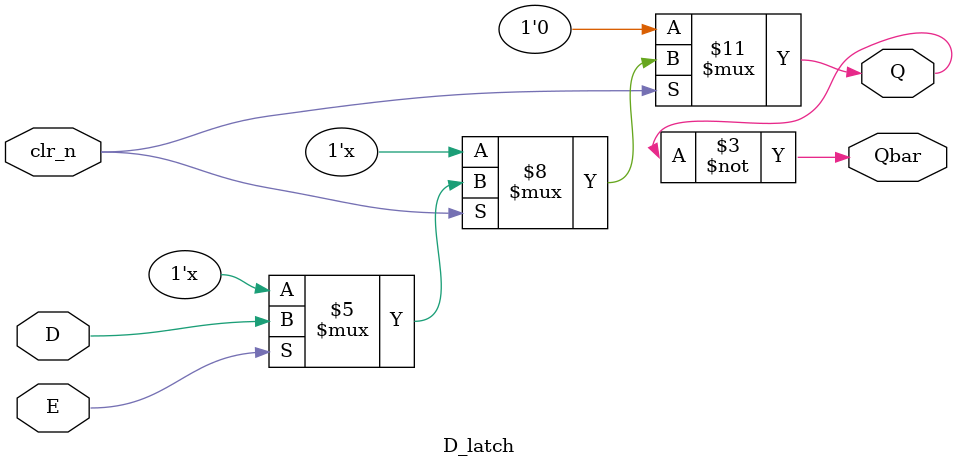
<source format=v>


module counter_3bit(clk, clrbar, q, qbar);
    input clk, clrbar;
    output wire [2:0] q, qbar;

    wire clr, clrb1;// Must declare internal signals 

    not(clr, clrbar);     // clr = !clrbar
    not(clrb1, clr);      // clrb1 = clrbar

    // FF0
    JK_FF M0(.J(1'b1), .K(1'b1), .clk(clk), .clr(clrb1), .Q(q[0]), .Qbar(qbar[0]));// Must write in this format to locate exactly the ports.

    // FF1
    wire j1, k1;
    and(j1, q[0], clrb1);
    and(k1, q[0], clr);
    JK_FF M1(.J(j1), .K(k1), .clk(clk), .clr(clrb1), .Q(q[1]), .Qbar(qbar[1]));

    // FF2
    wire j2, k2, a1;
    and(a1, q[1], q[0]);
    and(j2, a1, clrb1);
    or(k2, a1, clr);
    JK_FF M2(.J(j2), .K(k2), .clk(clk), .clr(clrb1), .Q(q[2]), .Qbar(qbar[2]));

    endmodule
module JK_FF(J, K, clk, clr, Q, Qbar);
    input J, K, clk, clr;
    output reg Q, Qbar;

    wire D, Kb, s1, s2;

    not(Kb, K);
    and(s1, J, Qbar);
    and(s2, Kb, Q);
    or(D, s1, s2);

    D_FF_master_slave D1(.D(D), .clk(clk), .clr(clr), .Q(Q), .Qbar(Qbar));
    endmodule
module D_FF_master_slave(D, clk, clr, Q, Qbar);
    input D, clk, clr;
    output Q, Qbar;

    wire clkb, Qm, Qmb;

    not(clkb, clk);
    // No need to invert clkb again to get clk2, just use clk directly for the slave latch.
    D_latch master(.D(D), .E(clkb), .clr(clr), .Q(Qm), .Qbar(Qmb));
    D_latch slave (.D(Qm), .E(clk),  .clr(clr), .Q(Q),  .Qbar(Qbar));
    endmodule
module D_latch(D, E, clr_n, Q, Qbar);

    // This modified exactly the behavior of D latch in the note.
    // If clear= 0-> reset Q=0
    // If clear =1 and Enable =1 => Q=D
    input D, E, clr_n;
    output reg Q, Qbar;

    always @(*) begin
        if (!clr_n)// clear =0 -> reset
            Q = 0;
        else 
            if (E)// clear =1 and Enable =1 
            Q = D; 
            //Don't write like the below: it will cause undefined behavior. With an empty, the computer knows nothing to do and keep the old value.
            //else 
            //Q = Q; // Enable =0 => hold the previous state
        Qbar = ~Q;
    end
    endmodule

</source>
